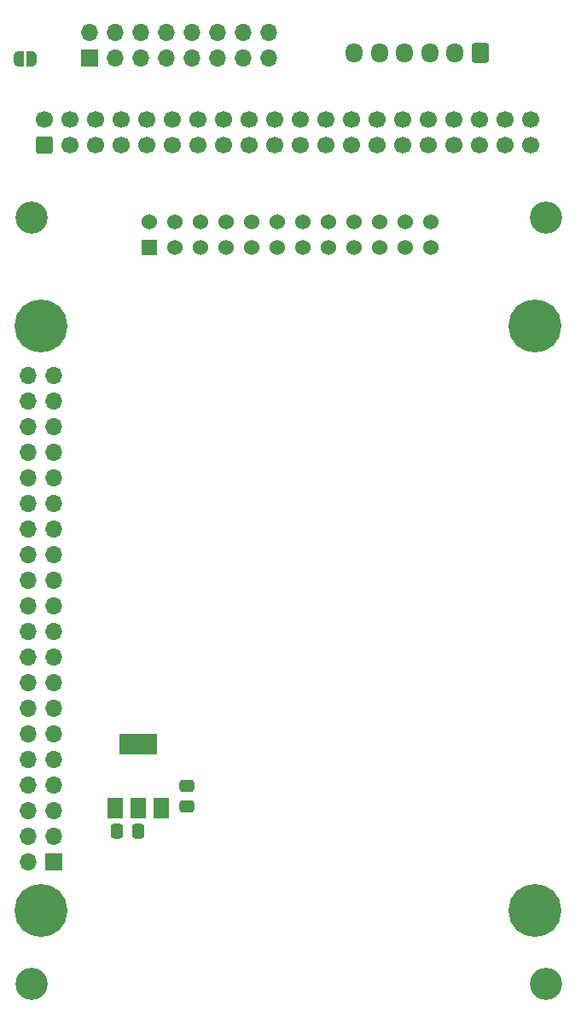
<source format=gbr>
%TF.GenerationSoftware,KiCad,Pcbnew,(6.0.7)*%
%TF.CreationDate,2022-09-25T22:42:40-04:00*%
%TF.ProjectId,Input_Adapter,496e7075-745f-4416-9461-707465722e6b,v4*%
%TF.SameCoordinates,Original*%
%TF.FileFunction,Soldermask,Top*%
%TF.FilePolarity,Negative*%
%FSLAX46Y46*%
G04 Gerber Fmt 4.6, Leading zero omitted, Abs format (unit mm)*
G04 Created by KiCad (PCBNEW (6.0.7)) date 2022-09-25 22:42:40*
%MOMM*%
%LPD*%
G01*
G04 APERTURE LIST*
G04 Aperture macros list*
%AMRoundRect*
0 Rectangle with rounded corners*
0 $1 Rounding radius*
0 $2 $3 $4 $5 $6 $7 $8 $9 X,Y pos of 4 corners*
0 Add a 4 corners polygon primitive as box body*
4,1,4,$2,$3,$4,$5,$6,$7,$8,$9,$2,$3,0*
0 Add four circle primitives for the rounded corners*
1,1,$1+$1,$2,$3*
1,1,$1+$1,$4,$5*
1,1,$1+$1,$6,$7*
1,1,$1+$1,$8,$9*
0 Add four rect primitives between the rounded corners*
20,1,$1+$1,$2,$3,$4,$5,0*
20,1,$1+$1,$4,$5,$6,$7,0*
20,1,$1+$1,$6,$7,$8,$9,0*
20,1,$1+$1,$8,$9,$2,$3,0*%
%AMFreePoly0*
4,1,22,0.500000,-0.750000,0.000000,-0.750000,0.000000,-0.745033,-0.079941,-0.743568,-0.215256,-0.701293,-0.333266,-0.622738,-0.424486,-0.514219,-0.481581,-0.384460,-0.499164,-0.250000,-0.500000,-0.250000,-0.500000,0.250000,-0.499164,0.250000,-0.499963,0.256109,-0.478152,0.396186,-0.417904,0.524511,-0.324060,0.630769,-0.204165,0.706417,-0.067858,0.745374,0.000000,0.744959,0.000000,0.750000,
0.500000,0.750000,0.500000,-0.750000,0.500000,-0.750000,$1*%
%AMFreePoly1*
4,1,20,0.000000,0.744959,0.073905,0.744508,0.209726,0.703889,0.328688,0.626782,0.421226,0.519385,0.479903,0.390333,0.500000,0.250000,0.500000,-0.250000,0.499851,-0.262216,0.476331,-0.402017,0.414519,-0.529596,0.319384,-0.634700,0.198574,-0.708877,0.061801,-0.746166,0.000000,-0.745033,0.000000,-0.750000,-0.500000,-0.750000,-0.500000,0.750000,0.000000,0.750000,0.000000,0.744959,
0.000000,0.744959,$1*%
G04 Aperture macros list end*
%ADD10O,1.700000X1.700000*%
%ADD11R,1.700000X1.700000*%
%ADD12C,5.250000*%
%ADD13FreePoly0,0.000000*%
%ADD14FreePoly1,0.000000*%
%ADD15C,3.200000*%
%ADD16R,1.530000X1.530000*%
%ADD17C,1.530000*%
%ADD18RoundRect,0.250000X0.475000X-0.337500X0.475000X0.337500X-0.475000X0.337500X-0.475000X-0.337500X0*%
%ADD19R,1.500000X2.000000*%
%ADD20R,3.800000X2.000000*%
%ADD21RoundRect,0.250000X0.600000X-0.600000X0.600000X0.600000X-0.600000X0.600000X-0.600000X-0.600000X0*%
%ADD22C,1.700000*%
%ADD23RoundRect,0.250000X0.600000X0.725000X-0.600000X0.725000X-0.600000X-0.725000X0.600000X-0.725000X0*%
%ADD24O,1.700000X1.950000*%
%ADD25RoundRect,0.250000X0.337500X0.475000X-0.337500X0.475000X-0.337500X-0.475000X0.337500X-0.475000X0*%
G04 APERTURE END LIST*
D10*
%TO.C,J1*%
X103660000Y-68140000D03*
X106200000Y-68140000D03*
X103660000Y-70680000D03*
X106200000Y-70680000D03*
X103660000Y-73220000D03*
X106200000Y-73220000D03*
X103660000Y-75760000D03*
X106200000Y-75760000D03*
X103660000Y-78300000D03*
X106200000Y-78300000D03*
X103660000Y-80840000D03*
X106200000Y-80840000D03*
X103660000Y-83380000D03*
X106200000Y-83380000D03*
X103660000Y-85920000D03*
X106200000Y-85920000D03*
X103660000Y-88460000D03*
X106200000Y-88460000D03*
X103660000Y-91000000D03*
X106200000Y-91000000D03*
X103660000Y-93540000D03*
X106200000Y-93540000D03*
X103660000Y-96080000D03*
X106200000Y-96080000D03*
X103660000Y-98620000D03*
X106200000Y-98620000D03*
X103660000Y-101160000D03*
X106200000Y-101160000D03*
X103660000Y-103700000D03*
X106200000Y-103700000D03*
X103660000Y-106240000D03*
X106200000Y-106240000D03*
X103660000Y-108780000D03*
X106200000Y-108780000D03*
X103660000Y-111320000D03*
X106200000Y-111320000D03*
X103660000Y-113860000D03*
X106200000Y-113860000D03*
X103660000Y-116400000D03*
D11*
X106200000Y-116400000D03*
D12*
X153930000Y-121270000D03*
X104930000Y-121270000D03*
X153930000Y-63270000D03*
X104930000Y-63270000D03*
%TD*%
D13*
%TO.C,JP1*%
X102710000Y-36720000D03*
D14*
X104010000Y-36720000D03*
%TD*%
D11*
%TO.C,J5*%
X109775000Y-36715000D03*
D10*
X109775000Y-34175000D03*
X112315000Y-36715000D03*
X112315000Y-34175000D03*
X114855000Y-36715000D03*
X114855000Y-34175000D03*
X117395000Y-36715000D03*
X117395000Y-34175000D03*
X119935000Y-36715000D03*
X119935000Y-34175000D03*
X122475000Y-36715000D03*
X122475000Y-34175000D03*
X125015000Y-36715000D03*
X125015000Y-34175000D03*
X127555000Y-36715000D03*
X127555000Y-34175000D03*
%TD*%
D15*
%TO.C,H1*%
X155000000Y-128500000D03*
%TD*%
D16*
%TO.C,J2*%
X115630000Y-55470000D03*
D17*
X115630000Y-52930000D03*
X118170000Y-55470000D03*
X118170000Y-52930000D03*
X120710000Y-55470000D03*
X120710000Y-52930000D03*
X123250000Y-55470000D03*
X123250000Y-52930000D03*
X125790000Y-55470000D03*
X125790000Y-52930000D03*
X128330000Y-55470000D03*
X128330000Y-52930000D03*
X130870000Y-55470000D03*
X130870000Y-52930000D03*
X133410000Y-55470000D03*
X133410000Y-52930000D03*
X135950000Y-55470000D03*
X135950000Y-52930000D03*
X138490000Y-55470000D03*
X138490000Y-52930000D03*
X141030000Y-55470000D03*
X141030000Y-52930000D03*
X143570000Y-55470000D03*
X143570000Y-52930000D03*
%TD*%
D15*
%TO.C,H2*%
X104000000Y-52500000D03*
%TD*%
%TO.C,H3*%
X155000000Y-52500000D03*
%TD*%
D18*
%TO.C,C1*%
X119390000Y-110957500D03*
X119390000Y-108882500D03*
%TD*%
D19*
%TO.C,U1*%
X112290000Y-111070000D03*
X114590000Y-111070000D03*
D20*
X114590000Y-104770000D03*
D19*
X116890000Y-111070000D03*
%TD*%
D21*
%TO.C,J3*%
X105270000Y-45302500D03*
D22*
X105270000Y-42762500D03*
X107810000Y-45302500D03*
X107810000Y-42762500D03*
X110350000Y-45302500D03*
X110350000Y-42762500D03*
X112890000Y-45302500D03*
X112890000Y-42762500D03*
X115430000Y-45302500D03*
X115430000Y-42762500D03*
X117970000Y-45302500D03*
X117970000Y-42762500D03*
X120510000Y-45302500D03*
X120510000Y-42762500D03*
X123050000Y-45302500D03*
X123050000Y-42762500D03*
X125590000Y-45302500D03*
X125590000Y-42762500D03*
X128130000Y-45302500D03*
X128130000Y-42762500D03*
X130670000Y-45302500D03*
X130670000Y-42762500D03*
X133210000Y-45302500D03*
X133210000Y-42762500D03*
X135750000Y-45302500D03*
X135750000Y-42762500D03*
X138290000Y-45302500D03*
X138290000Y-42762500D03*
X140830000Y-45302500D03*
X140830000Y-42762500D03*
X143370000Y-45302500D03*
X143370000Y-42762500D03*
X145910000Y-45302500D03*
X145910000Y-42762500D03*
X148450000Y-45302500D03*
X148450000Y-42762500D03*
X150990000Y-45302500D03*
X150990000Y-42762500D03*
X153530000Y-45302500D03*
X153530000Y-42762500D03*
%TD*%
D23*
%TO.C,J4*%
X148500000Y-36200000D03*
D24*
X146000000Y-36200000D03*
X143500000Y-36200000D03*
X141000000Y-36200000D03*
X138500000Y-36200000D03*
X136000000Y-36200000D03*
%TD*%
D15*
%TO.C,H4*%
X104000000Y-128500000D03*
%TD*%
D25*
%TO.C,C2*%
X114527500Y-113420000D03*
X112452500Y-113420000D03*
%TD*%
M02*

</source>
